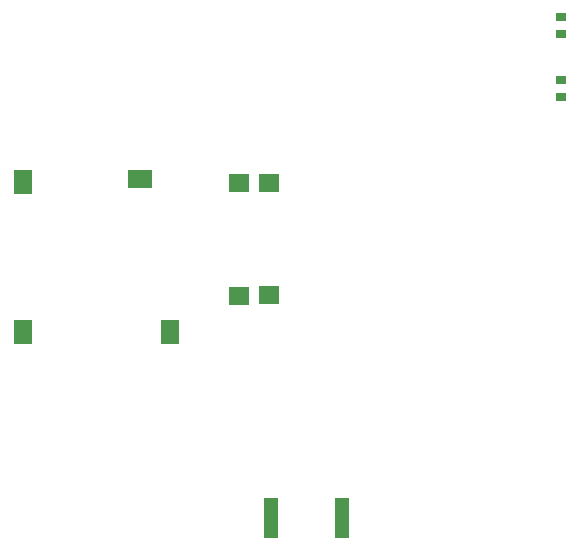
<source format=gtp>
G04*
G04 #@! TF.GenerationSoftware,Altium Limited,Altium Designer,22.3.1 (43)*
G04*
G04 Layer_Color=8421504*
%FSLAX24Y24*%
%MOIN*%
G70*
G04*
G04 #@! TF.SameCoordinates,61A4D5B3-3B2A-409B-9F35-3F3BF520A47B*
G04*
G04*
G04 #@! TF.FilePolarity,Positive*
G04*
G01*
G75*
%ADD17R,0.0701X0.0598*%
%ADD18R,0.0354X0.0276*%
%ADD19R,0.0492X0.1319*%
%ADD20R,0.0800X0.0600*%
%ADD21R,0.0600X0.0800*%
D17*
X19243Y76774D02*
D03*
X18243D02*
D03*
X19243Y73026D02*
D03*
X18243Y73018D02*
D03*
D18*
X28984Y82313D02*
D03*
Y81722D02*
D03*
X28984Y79622D02*
D03*
Y80213D02*
D03*
D19*
X19319Y65600D02*
D03*
X21681D02*
D03*
D20*
X14943Y76900D02*
D03*
D21*
X11043Y76800D02*
D03*
X15943Y71800D02*
D03*
X11043D02*
D03*
M02*

</source>
